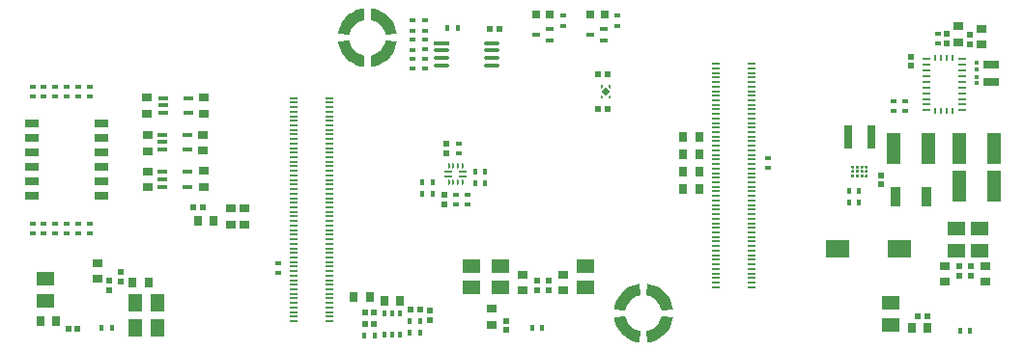
<source format=gtp>
G04*
G04 #@! TF.GenerationSoftware,Altium Limited,Altium Designer,21.7.2 (23)*
G04*
G04 Layer_Color=8421504*
%FSLAX44Y44*%
%MOMM*%
G71*
G04*
G04 #@! TF.SameCoordinates,7C38C3A3-C4E6-443E-8540-10D383AE158C*
G04*
G04*
G04 #@! TF.FilePolarity,Positive*
G04*
G01*
G75*
%ADD17R,0.7000X0.1800*%
%ADD18R,0.5500X0.4500*%
%ADD19R,0.8500X0.3500*%
%ADD20R,0.5200X0.5200*%
%ADD21R,0.9000X0.7000*%
%ADD22R,0.3200X0.3600*%
%ADD23R,0.6750X0.2500*%
%ADD24R,0.2500X0.5750*%
%ADD25R,1.1500X2.7000*%
%ADD26R,0.8000X2.0000*%
%ADD27R,0.4500X0.5500*%
%ADD28R,1.5000X1.3000*%
%ADD29R,0.5200X0.5200*%
%ADD30R,0.7000X0.9000*%
%ADD31R,0.1500X0.1500*%
%ADD32P,0.6788X4X360.0*%
%ADD33R,0.1500X0.1500*%
%ADD34R,0.8000X0.8000*%
%ADD35O,1.4000X0.3500*%
%ADD36R,1.4000X0.3500*%
G04:AMPARAMS|DCode=37|XSize=0.2mm|YSize=0.5mm|CornerRadius=0.05mm|HoleSize=0mm|Usage=FLASHONLY|Rotation=0.000|XOffset=0mm|YOffset=0mm|HoleType=Round|Shape=RoundedRectangle|*
%AMROUNDEDRECTD37*
21,1,0.2000,0.4000,0,0,0.0*
21,1,0.1000,0.5000,0,0,0.0*
1,1,0.1000,0.0500,-0.2000*
1,1,0.1000,-0.0500,-0.2000*
1,1,0.1000,-0.0500,0.2000*
1,1,0.1000,0.0500,0.2000*
%
%ADD37ROUNDEDRECTD37*%
G04:AMPARAMS|DCode=38|XSize=0.2mm|YSize=0.7mm|CornerRadius=0.05mm|HoleSize=0mm|Usage=FLASHONLY|Rotation=270.000|XOffset=0mm|YOffset=0mm|HoleType=Round|Shape=RoundedRectangle|*
%AMROUNDEDRECTD38*
21,1,0.2000,0.6000,0,0,270.0*
21,1,0.1000,0.7000,0,0,270.0*
1,1,0.1000,-0.3000,-0.0500*
1,1,0.1000,-0.3000,0.0500*
1,1,0.1000,0.3000,0.0500*
1,1,0.1000,0.3000,-0.0500*
%
%ADD38ROUNDEDRECTD38*%
%ADD39R,0.4000X0.5000*%
%ADD40R,1.4000X0.7500*%
%ADD41R,1.3000X1.5000*%
%ADD42R,0.9500X1.7000*%
%ADD43R,1.2500X0.7600*%
%ADD44R,2.0000X1.5000*%
%ADD45R,0.7100X0.3000*%
G36*
X323913Y298041D02*
X328056Y296814D01*
X331939Y294920D01*
X335457Y292411D01*
X338512Y289356D01*
X341022Y285838D01*
X342916Y281954D01*
X344143Y277812D01*
X344406Y275667D01*
X334357Y275277D01*
Y275277D01*
X334099Y276471D01*
X333314Y278782D01*
X332187Y280948D01*
X330744Y282916D01*
X329018Y284642D01*
X327049Y286086D01*
X324884Y287213D01*
X322572Y287998D01*
X321378Y288256D01*
X321769Y298305D01*
X323913Y298041D01*
D02*
G37*
G36*
X315822Y288256D02*
X314628Y287998D01*
X312316Y287213D01*
X310151Y286086D01*
X308182Y284642D01*
X306456Y282916D01*
X305013Y280948D01*
X303886Y278782D01*
X303101Y276471D01*
X302843Y275277D01*
X292794Y275667D01*
X292794D01*
X293057Y277812D01*
X294284Y281954D01*
X296178Y285838D01*
X298687Y289356D01*
X301743Y292411D01*
X305261Y294920D01*
X309144Y296814D01*
X313287Y298041D01*
X315431Y298305D01*
X315822Y288256D01*
D02*
G37*
G36*
X302843Y269720D02*
D01*
X302843D01*
X302843D01*
D02*
G37*
G36*
X344406Y269330D02*
Y269330D01*
X344143Y267186D01*
X342916Y263043D01*
X341022Y259159D01*
X338512Y255641D01*
X335457Y252586D01*
X331939Y250077D01*
X328056Y248183D01*
X323913Y246956D01*
X321769Y246692D01*
X321378Y256742D01*
X321378D01*
X321378Y256742D01*
Y256742D01*
X322572Y256999D01*
X324884Y257784D01*
X327049Y258911D01*
X329018Y260355D01*
X330744Y262081D01*
X332187Y264049D01*
X333314Y266215D01*
X334099Y268526D01*
X334357Y269720D01*
X344406Y269330D01*
D02*
G37*
G36*
X303101Y268526D02*
X303886Y266215D01*
X305013Y264049D01*
X306456Y262081D01*
X308182Y260355D01*
X310151Y258911D01*
X312316Y257784D01*
X314628Y256999D01*
X315822Y256742D01*
X315431Y246692D01*
X315431Y246692D01*
X313287Y246956D01*
X309144Y248183D01*
X305261Y250077D01*
X301743Y252586D01*
X298687Y255641D01*
X296178Y259159D01*
X294284Y263043D01*
X293057Y267186D01*
X292794Y269330D01*
X302843Y269720D01*
X303101Y268526D01*
D02*
G37*
G36*
X531800Y227500D02*
X531500D01*
X529700Y229300D01*
Y231100D01*
X531800D01*
Y227500D01*
D02*
G37*
G36*
X525300Y229300D02*
X523500Y227500D01*
X523200D01*
Y231100D01*
X525300D01*
Y229300D01*
D02*
G37*
G36*
X531800Y218900D02*
X529700D01*
Y220700D01*
X531500Y222500D01*
X531800D01*
Y218900D01*
D02*
G37*
G36*
X525300Y220700D02*
Y218900D01*
X523200D01*
Y222500D01*
X523500D01*
X525300Y220700D01*
D02*
G37*
G36*
X757033Y160174D02*
X757174Y160033D01*
X757250Y159850D01*
Y159750D01*
Y158250D01*
Y158151D01*
X757174Y157967D01*
X757033Y157826D01*
X756849Y157750D01*
X755151D01*
X754967Y157826D01*
X754826Y157967D01*
X754750Y158151D01*
Y158250D01*
Y159750D01*
Y159850D01*
X754826Y160033D01*
X754967Y160174D01*
X755151Y160250D01*
X756849D01*
X757033Y160174D01*
D02*
G37*
G36*
X753033D02*
X753174Y160033D01*
X753250Y159850D01*
Y159750D01*
Y158250D01*
Y158151D01*
X753174Y157967D01*
X753033Y157826D01*
X752849Y157750D01*
X751151D01*
X750967Y157826D01*
X750826Y157967D01*
X750750Y158151D01*
Y158250D01*
Y159750D01*
Y159850D01*
X750826Y160033D01*
X750967Y160174D01*
X751151Y160250D01*
X752849D01*
X753033Y160174D01*
D02*
G37*
G36*
X749033D02*
X749174Y160033D01*
X749250Y159850D01*
Y159750D01*
Y158250D01*
Y158151D01*
X749174Y157967D01*
X749033Y157826D01*
X748849Y157750D01*
X747150D01*
X746967Y157826D01*
X746826Y157967D01*
X746750Y158151D01*
Y158250D01*
Y159750D01*
Y159850D01*
X746826Y160033D01*
X746967Y160174D01*
X747150Y160250D01*
X748849D01*
X749033Y160174D01*
D02*
G37*
G36*
X745033D02*
X745174Y160033D01*
X745250Y159850D01*
Y159750D01*
Y158250D01*
Y158151D01*
X745174Y157967D01*
X745033Y157826D01*
X744849Y157750D01*
X743150D01*
X742967Y157826D01*
X742826Y157967D01*
X742750Y158151D01*
Y158250D01*
Y159750D01*
Y159850D01*
X742826Y160033D01*
X742967Y160174D01*
X743150Y160250D01*
X744849D01*
X745033Y160174D01*
D02*
G37*
G36*
X757033Y156174D02*
X757174Y156033D01*
X757250Y155850D01*
Y155750D01*
Y154250D01*
Y154150D01*
X757174Y153967D01*
X757033Y153826D01*
X756849Y153750D01*
X755151D01*
X754967Y153826D01*
X754826Y153967D01*
X754750Y154150D01*
Y154250D01*
Y155750D01*
Y155850D01*
X754826Y156033D01*
X754967Y156174D01*
X755151Y156250D01*
X756849D01*
X757033Y156174D01*
D02*
G37*
G36*
X753033D02*
X753174Y156033D01*
X753250Y155850D01*
Y155750D01*
Y154250D01*
Y154150D01*
X753174Y153967D01*
X753033Y153826D01*
X752849Y153750D01*
X751151D01*
X750967Y153826D01*
X750826Y153967D01*
X750750Y154150D01*
Y154250D01*
Y155750D01*
Y155850D01*
X750826Y156033D01*
X750967Y156174D01*
X751151Y156250D01*
X752849D01*
X753033Y156174D01*
D02*
G37*
G36*
X749033D02*
X749174Y156033D01*
X749250Y155850D01*
Y155750D01*
Y154250D01*
Y154150D01*
X749174Y153967D01*
X749033Y153826D01*
X748849Y153750D01*
X747150D01*
X746967Y153826D01*
X746826Y153967D01*
X746750Y154150D01*
Y154250D01*
Y155750D01*
Y155850D01*
X746826Y156033D01*
X746967Y156174D01*
X747150Y156250D01*
X748849D01*
X749033Y156174D01*
D02*
G37*
G36*
X745033D02*
X745174Y156033D01*
X745250Y155850D01*
Y155750D01*
Y154250D01*
Y154150D01*
X745174Y153967D01*
X745033Y153826D01*
X744849Y153750D01*
X743150D01*
X742967Y153826D01*
X742826Y153967D01*
X742750Y154150D01*
Y154250D01*
Y155750D01*
Y155850D01*
X742826Y156033D01*
X742967Y156174D01*
X743150Y156250D01*
X744849D01*
X745033Y156174D01*
D02*
G37*
G36*
X757033Y152174D02*
X757174Y152033D01*
X757250Y151849D01*
Y151750D01*
Y150250D01*
Y150151D01*
X757174Y149967D01*
X757033Y149826D01*
X756849Y149750D01*
X755151D01*
X754967Y149826D01*
X754826Y149967D01*
X754750Y150151D01*
Y150250D01*
Y151750D01*
Y151849D01*
X754826Y152033D01*
X754967Y152174D01*
X755151Y152250D01*
X756849D01*
X757033Y152174D01*
D02*
G37*
G36*
X753033D02*
X753174Y152033D01*
X753250Y151849D01*
Y151750D01*
Y150250D01*
Y150151D01*
X753174Y149967D01*
X753033Y149826D01*
X752849Y149750D01*
X751151D01*
X750967Y149826D01*
X750826Y149967D01*
X750750Y150151D01*
Y150250D01*
Y151750D01*
Y151849D01*
X750826Y152033D01*
X750967Y152174D01*
X751151Y152250D01*
X752849D01*
X753033Y152174D01*
D02*
G37*
G36*
X749033D02*
X749174Y152033D01*
X749250Y151849D01*
Y151750D01*
Y150250D01*
Y150151D01*
X749174Y149967D01*
X749033Y149826D01*
X748849Y149750D01*
X747150D01*
X746967Y149826D01*
X746826Y149967D01*
X746750Y150151D01*
Y150250D01*
Y151750D01*
Y151849D01*
X746826Y152033D01*
X746967Y152174D01*
X747150Y152250D01*
X748849D01*
X749033Y152174D01*
D02*
G37*
G36*
X745033D02*
X745174Y152033D01*
X745250Y151849D01*
Y151750D01*
Y150250D01*
Y150151D01*
X745174Y149967D01*
X745033Y149826D01*
X744849Y149750D01*
X743150D01*
X742967Y149826D01*
X742826Y149967D01*
X742750Y150151D01*
Y150250D01*
Y151750D01*
Y151849D01*
X742826Y152033D01*
X742967Y152174D01*
X743150Y152250D01*
X744849D01*
X745033Y152174D01*
D02*
G37*
G36*
X565863Y56041D02*
X570006Y54814D01*
X573889Y52920D01*
X577407Y50411D01*
X580462Y47356D01*
X582972Y43838D01*
X584866Y39955D01*
X586093Y35812D01*
X586356Y33667D01*
X576307Y33277D01*
Y33277D01*
X576049Y34471D01*
X575264Y36782D01*
X574137Y38948D01*
X572694Y40916D01*
X570968Y42642D01*
X568999Y44086D01*
X566834Y45213D01*
X564522Y45998D01*
X563328Y46255D01*
X563719Y56305D01*
X565863Y56041D01*
D02*
G37*
G36*
X557772Y46255D02*
X556578Y45998D01*
X554266Y45213D01*
X552101Y44086D01*
X550132Y42642D01*
X548406Y40916D01*
X546963Y38948D01*
X545836Y36782D01*
X545051Y34471D01*
X544793Y33277D01*
X534744Y33667D01*
X534744D01*
X535007Y35812D01*
X536234Y39955D01*
X538128Y43838D01*
X540638Y47356D01*
X543693Y50411D01*
X547211Y52920D01*
X551094Y54814D01*
X555237Y56041D01*
X557381Y56305D01*
X557772Y46255D01*
D02*
G37*
G36*
X544793Y27720D02*
D01*
X544793D01*
X544793D01*
D02*
G37*
G36*
X586356Y27330D02*
Y27330D01*
X586093Y25186D01*
X584866Y21043D01*
X582972Y17159D01*
X580462Y13642D01*
X577407Y10586D01*
X573889Y8077D01*
X570006Y6183D01*
X565863Y4956D01*
X563719Y4692D01*
X563328Y14742D01*
X563328D01*
X563328Y14742D01*
Y14742D01*
X564522Y15000D01*
X566834Y15784D01*
X568999Y16911D01*
X570968Y18355D01*
X572694Y20081D01*
X574137Y22050D01*
X575264Y24215D01*
X576049Y26526D01*
X576307Y27720D01*
X586356Y27330D01*
D02*
G37*
G36*
X545051Y26526D02*
X545836Y24215D01*
X546963Y22050D01*
X548406Y20081D01*
X550132Y18355D01*
X552101Y16911D01*
X554266Y15784D01*
X556578Y15000D01*
X557772Y14742D01*
X557381Y4692D01*
X557381Y4692D01*
X555237Y4956D01*
X551094Y6183D01*
X547211Y8077D01*
X543693Y10586D01*
X540638Y13642D01*
X538128Y17159D01*
X536234Y21043D01*
X535007Y25186D01*
X534744Y27330D01*
X544793Y27720D01*
X545051Y26526D01*
D02*
G37*
D17*
X654950Y121500D02*
D03*
Y249500D02*
D03*
X624150D02*
D03*
X654950Y245500D02*
D03*
X624150D02*
D03*
X654950Y241500D02*
D03*
X624150D02*
D03*
X654950Y237500D02*
D03*
X624150D02*
D03*
X654950Y233500D02*
D03*
X624150D02*
D03*
X654950Y229500D02*
D03*
X624150D02*
D03*
X654950Y225500D02*
D03*
X624150D02*
D03*
X654950Y221500D02*
D03*
X624150D02*
D03*
X654950Y217500D02*
D03*
X624150D02*
D03*
X654950Y213500D02*
D03*
X624150D02*
D03*
X654950Y209500D02*
D03*
X624150D02*
D03*
X654950Y205500D02*
D03*
X624150D02*
D03*
Y201500D02*
D03*
X654950D02*
D03*
Y197500D02*
D03*
X624150D02*
D03*
X654950Y193500D02*
D03*
X624150D02*
D03*
X654950Y189500D02*
D03*
X624150D02*
D03*
X654950Y185500D02*
D03*
X624150D02*
D03*
Y181500D02*
D03*
X654950D02*
D03*
Y177500D02*
D03*
X624150D02*
D03*
Y173500D02*
D03*
X654950D02*
D03*
X624150Y169500D02*
D03*
X654950D02*
D03*
X624150Y165500D02*
D03*
X654950D02*
D03*
X624150Y161500D02*
D03*
X654950D02*
D03*
X624150Y157500D02*
D03*
X654950D02*
D03*
Y153500D02*
D03*
X624150D02*
D03*
Y149500D02*
D03*
X654950D02*
D03*
X624150Y145500D02*
D03*
X654950D02*
D03*
X624150Y141500D02*
D03*
X654950D02*
D03*
X624150Y137500D02*
D03*
X654950D02*
D03*
Y133500D02*
D03*
X624150D02*
D03*
Y129500D02*
D03*
X654950D02*
D03*
Y125500D02*
D03*
X624150D02*
D03*
Y121500D02*
D03*
X654950Y117500D02*
D03*
X624150D02*
D03*
Y113500D02*
D03*
X654950D02*
D03*
Y109500D02*
D03*
X624150D02*
D03*
X654950Y105500D02*
D03*
X624150D02*
D03*
Y101500D02*
D03*
X654950D02*
D03*
Y97500D02*
D03*
X624150D02*
D03*
X654950Y93500D02*
D03*
X624150D02*
D03*
Y89500D02*
D03*
X654950D02*
D03*
Y85500D02*
D03*
X624150D02*
D03*
X654950Y81500D02*
D03*
X624150D02*
D03*
X654950Y77500D02*
D03*
X624150D02*
D03*
X654950Y73500D02*
D03*
X624150D02*
D03*
X654950Y69500D02*
D03*
X624150D02*
D03*
X654950Y65500D02*
D03*
X624150D02*
D03*
Y61500D02*
D03*
X654950D02*
D03*
Y57500D02*
D03*
X624150D02*
D03*
X654950Y53500D02*
D03*
X624150D02*
D03*
X254200Y23500D02*
D03*
X285000D02*
D03*
X254200Y27500D02*
D03*
X285000D02*
D03*
Y31500D02*
D03*
X254200D02*
D03*
Y35500D02*
D03*
X285000D02*
D03*
X254200Y39500D02*
D03*
X285000D02*
D03*
X254200Y43500D02*
D03*
X285000D02*
D03*
X254200Y47500D02*
D03*
X285000D02*
D03*
X254200Y51500D02*
D03*
X285000D02*
D03*
X254200Y55500D02*
D03*
X285000D02*
D03*
Y59500D02*
D03*
X254200D02*
D03*
Y63500D02*
D03*
X285000D02*
D03*
X254200Y67500D02*
D03*
X285000D02*
D03*
Y71500D02*
D03*
X254200D02*
D03*
Y75500D02*
D03*
X285000D02*
D03*
X254200Y79500D02*
D03*
X285000D02*
D03*
Y83500D02*
D03*
X254200D02*
D03*
Y87500D02*
D03*
X285000D02*
D03*
X254200Y91500D02*
D03*
X285000D02*
D03*
X254200Y95500D02*
D03*
X285000D02*
D03*
Y99500D02*
D03*
X254200D02*
D03*
Y103500D02*
D03*
X285000D02*
D03*
Y107500D02*
D03*
X254200D02*
D03*
X285000Y111500D02*
D03*
X254200D02*
D03*
X285000Y115500D02*
D03*
X254200D02*
D03*
X285000Y119500D02*
D03*
X254200D02*
D03*
Y123500D02*
D03*
X285000D02*
D03*
Y127500D02*
D03*
X254200D02*
D03*
X285000Y131500D02*
D03*
X254200D02*
D03*
X285000Y135500D02*
D03*
X254200D02*
D03*
X285000Y139500D02*
D03*
X254200D02*
D03*
X285000Y143500D02*
D03*
X254200D02*
D03*
Y147500D02*
D03*
X285000D02*
D03*
Y151500D02*
D03*
X254200D02*
D03*
Y155500D02*
D03*
X285000D02*
D03*
X254200Y159500D02*
D03*
X285000D02*
D03*
X254200Y163500D02*
D03*
X285000D02*
D03*
X254200Y167500D02*
D03*
X285000D02*
D03*
Y171500D02*
D03*
X254200D02*
D03*
Y175500D02*
D03*
X285000D02*
D03*
X254200Y179500D02*
D03*
X285000D02*
D03*
X254200Y183500D02*
D03*
X285000D02*
D03*
X254200Y187500D02*
D03*
X285000D02*
D03*
X254200Y191500D02*
D03*
X285000D02*
D03*
X254200Y195500D02*
D03*
X285000D02*
D03*
X254200Y199500D02*
D03*
X285000D02*
D03*
X254200Y203500D02*
D03*
X285000D02*
D03*
X254200Y207500D02*
D03*
X285000D02*
D03*
X254200Y211500D02*
D03*
X285000D02*
D03*
X254200Y215500D02*
D03*
X285000D02*
D03*
X254200Y219500D02*
D03*
X285000D02*
D03*
D18*
X357750Y245250D02*
D03*
Y254250D02*
D03*
Y270750D02*
D03*
Y261750D02*
D03*
Y287500D02*
D03*
Y278500D02*
D03*
X369500Y254250D02*
D03*
Y245250D02*
D03*
Y262000D02*
D03*
Y271000D02*
D03*
Y278500D02*
D03*
Y287500D02*
D03*
X780000Y208000D02*
D03*
Y217000D02*
D03*
X790000Y208000D02*
D03*
Y217000D02*
D03*
X818322Y267171D02*
D03*
Y276171D02*
D03*
X537500Y292000D02*
D03*
Y283000D02*
D03*
X490000Y292000D02*
D03*
Y283000D02*
D03*
X399000Y170750D02*
D03*
Y179750D02*
D03*
X396500Y134750D02*
D03*
Y125750D02*
D03*
X406500Y134750D02*
D03*
Y125750D02*
D03*
X240750Y74750D02*
D03*
Y65750D02*
D03*
X75000Y109500D02*
D03*
Y100500D02*
D03*
Y220500D02*
D03*
Y229500D02*
D03*
X65000Y220500D02*
D03*
Y229500D02*
D03*
X55000Y220500D02*
D03*
Y229500D02*
D03*
X45000Y220500D02*
D03*
Y229500D02*
D03*
X35000Y220500D02*
D03*
Y229500D02*
D03*
X25000Y220500D02*
D03*
Y229500D02*
D03*
X65000Y109500D02*
D03*
Y100500D02*
D03*
X55000Y109500D02*
D03*
Y100500D02*
D03*
X45000D02*
D03*
Y109500D02*
D03*
X35000Y100500D02*
D03*
Y109500D02*
D03*
X25000Y100500D02*
D03*
Y109500D02*
D03*
X670000Y167000D02*
D03*
Y158000D02*
D03*
D19*
X139143Y147962D02*
D03*
Y154462D02*
D03*
Y141462D02*
D03*
X161143Y154462D02*
D03*
Y141462D02*
D03*
X139500Y213000D02*
D03*
Y219500D02*
D03*
X161500D02*
D03*
X139500Y206500D02*
D03*
X161500D02*
D03*
X160999Y174250D02*
D03*
Y187250D02*
D03*
X138999Y174250D02*
D03*
Y187250D02*
D03*
Y180750D02*
D03*
D20*
X794801Y247935D02*
D03*
Y255935D02*
D03*
X826727Y267793D02*
D03*
Y275793D02*
D03*
X846750Y267000D02*
D03*
Y275000D02*
D03*
X769000Y143750D02*
D03*
Y151750D02*
D03*
X837500Y71500D02*
D03*
Y63500D02*
D03*
X847500Y71500D02*
D03*
Y63500D02*
D03*
X387500Y171000D02*
D03*
Y179000D02*
D03*
X386500Y134250D02*
D03*
Y126250D02*
D03*
X477500Y59000D02*
D03*
Y51000D02*
D03*
X467000Y59000D02*
D03*
Y51000D02*
D03*
X373000Y32750D02*
D03*
Y24750D02*
D03*
X92500Y59000D02*
D03*
Y51000D02*
D03*
X102500Y66500D02*
D03*
Y58500D02*
D03*
X440000Y24000D02*
D03*
Y16000D02*
D03*
D21*
X836727Y268293D02*
D03*
Y282293D02*
D03*
X856750Y266500D02*
D03*
Y280500D02*
D03*
X825000Y72000D02*
D03*
Y58000D02*
D03*
X860000Y72000D02*
D03*
Y58000D02*
D03*
X490000Y64500D02*
D03*
Y50500D02*
D03*
X455000Y64500D02*
D03*
Y50500D02*
D03*
X427500Y34500D02*
D03*
Y20500D02*
D03*
X125500Y220000D02*
D03*
Y206000D02*
D03*
X175500Y220000D02*
D03*
Y206000D02*
D03*
X125892Y186889D02*
D03*
Y172889D02*
D03*
X125893Y154962D02*
D03*
Y140962D02*
D03*
X174874Y155312D02*
D03*
Y141312D02*
D03*
X210443Y122500D02*
D03*
Y108500D02*
D03*
X198705Y122473D02*
D03*
Y108473D02*
D03*
X82500Y74500D02*
D03*
Y60500D02*
D03*
X174643Y187252D02*
D03*
Y173252D02*
D03*
D22*
X852348Y244700D02*
D03*
Y250300D02*
D03*
X852283Y237899D02*
D03*
Y232299D02*
D03*
D23*
X839602Y253743D02*
D03*
Y208743D02*
D03*
Y213743D02*
D03*
Y218743D02*
D03*
Y223743D02*
D03*
Y228743D02*
D03*
Y238743D02*
D03*
Y243743D02*
D03*
X808352Y253743D02*
D03*
Y248743D02*
D03*
Y243743D02*
D03*
Y238743D02*
D03*
Y228743D02*
D03*
Y223743D02*
D03*
Y218743D02*
D03*
Y213743D02*
D03*
Y208743D02*
D03*
X839602Y248743D02*
D03*
Y233743D02*
D03*
X808352D02*
D03*
D24*
X816477Y208118D02*
D03*
X821477D02*
D03*
X826477D02*
D03*
X831477D02*
D03*
X821477Y254368D02*
D03*
X816477D02*
D03*
X826477D02*
D03*
X831477D02*
D03*
D25*
X837500Y142500D02*
D03*
X867500D02*
D03*
X837500Y175000D02*
D03*
X867500D02*
D03*
X810000D02*
D03*
X780000D02*
D03*
D26*
X760000Y185000D02*
D03*
X740000D02*
D03*
D27*
X749500Y137500D02*
D03*
X740500D02*
D03*
X847000Y15000D02*
D03*
X838000D02*
D03*
X388653Y281132D02*
D03*
X397653D02*
D03*
X413000Y155000D02*
D03*
X422000D02*
D03*
X413000Y145000D02*
D03*
X422000D02*
D03*
X472000Y17500D02*
D03*
X463000D02*
D03*
X356000Y13750D02*
D03*
X365000D02*
D03*
X365000Y23750D02*
D03*
X356000D02*
D03*
X94500Y17500D02*
D03*
X85500D02*
D03*
X376000Y145250D02*
D03*
X367000D02*
D03*
X325000Y11250D02*
D03*
X316000D02*
D03*
X376000Y135250D02*
D03*
X367000D02*
D03*
X740500Y127500D02*
D03*
X749500D02*
D03*
D28*
X855000Y104500D02*
D03*
Y85500D02*
D03*
X777500Y39500D02*
D03*
Y20500D02*
D03*
X510000Y72000D02*
D03*
Y53000D02*
D03*
X410000Y72000D02*
D03*
Y53000D02*
D03*
X435000Y72000D02*
D03*
Y53000D02*
D03*
X36750Y60500D02*
D03*
Y41500D02*
D03*
X835000Y104500D02*
D03*
Y85500D02*
D03*
D29*
X801000Y27500D02*
D03*
X809000D02*
D03*
X521000Y240000D02*
D03*
X529000D02*
D03*
X356500Y33750D02*
D03*
X364500D02*
D03*
X324500Y21250D02*
D03*
X316500D02*
D03*
X324500Y31250D02*
D03*
X316500D02*
D03*
X166250Y123500D02*
D03*
X174250D02*
D03*
X56750Y16500D02*
D03*
X64750D02*
D03*
X521000Y210000D02*
D03*
X529000D02*
D03*
X426000Y280000D02*
D03*
X434000D02*
D03*
D30*
X609500Y140000D02*
D03*
X595500D02*
D03*
X609500Y155000D02*
D03*
X595500D02*
D03*
X595500Y170000D02*
D03*
X609500D02*
D03*
X595500Y185000D02*
D03*
X609500D02*
D03*
X333500Y41250D02*
D03*
X347500D02*
D03*
X320750Y44500D02*
D03*
X306750D02*
D03*
X31750Y23500D02*
D03*
X45750D02*
D03*
X127000Y57500D02*
D03*
X113000D02*
D03*
X795500Y17500D02*
D03*
X809500D02*
D03*
X170000Y111250D02*
D03*
X184000D02*
D03*
D31*
X524200Y230100D02*
D03*
Y219900D02*
D03*
X530800Y230100D02*
D03*
D32*
X527500Y225000D02*
D03*
D33*
X530800Y219900D02*
D03*
D34*
X526250Y292500D02*
D03*
X513750D02*
D03*
X478750D02*
D03*
X466250D02*
D03*
D35*
X427250Y248250D02*
D03*
Y254750D02*
D03*
Y261250D02*
D03*
Y267750D02*
D03*
X383250Y248250D02*
D03*
Y254750D02*
D03*
Y261250D02*
D03*
D36*
Y267750D02*
D03*
D37*
X394000Y160250D02*
D03*
X402000D02*
D03*
Y145250D02*
D03*
X398000D02*
D03*
X394000D02*
D03*
X390000D02*
D03*
Y160250D02*
D03*
X398000D02*
D03*
D38*
X402500Y154749D02*
D03*
Y150749D02*
D03*
X389500D02*
D03*
Y154749D02*
D03*
D39*
X334000Y11750D02*
D03*
X340500D02*
D03*
Y30750D02*
D03*
X334000D02*
D03*
X347000Y11750D02*
D03*
Y30750D02*
D03*
D40*
X865227Y248393D02*
D03*
Y233793D02*
D03*
D41*
X134500Y17500D02*
D03*
X115500D02*
D03*
X134500Y40000D02*
D03*
X115500D02*
D03*
D42*
X808500Y132500D02*
D03*
X781500D02*
D03*
D43*
X85750Y133250D02*
D03*
Y145950D02*
D03*
Y158650D02*
D03*
Y171350D02*
D03*
Y184050D02*
D03*
Y196750D02*
D03*
X24250Y133250D02*
D03*
Y145950D02*
D03*
Y158650D02*
D03*
Y171350D02*
D03*
Y184050D02*
D03*
Y196750D02*
D03*
D44*
X784750Y87250D02*
D03*
X730750D02*
D03*
D45*
X466400Y275000D02*
D03*
X478600Y280000D02*
D03*
Y270000D02*
D03*
X513900Y275000D02*
D03*
X526100Y280000D02*
D03*
Y270000D02*
D03*
M02*

</source>
